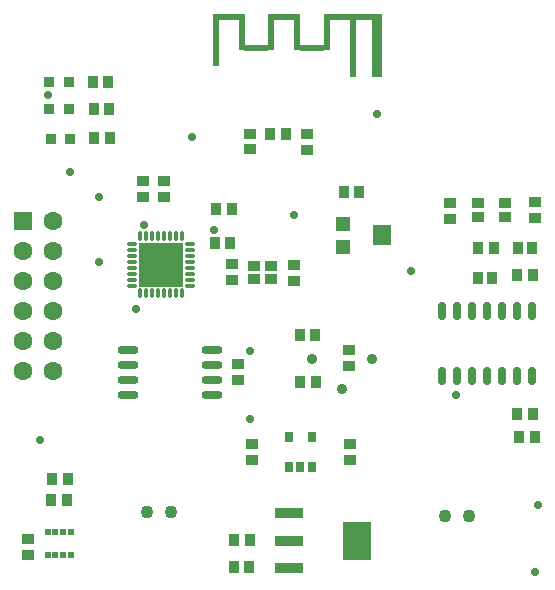
<source format=gts>
G04 Layer_Color=8388736*
%FSLAX25Y25*%
%MOIN*%
G70*
G01*
G75*
%ADD44R,0.01968X0.01968*%
%ADD45R,0.01968X0.10394*%
%ADD46R,0.10630X0.01968*%
%ADD47R,0.07874X0.01968*%
%ADD48R,0.01968X0.15512*%
%ADD49R,0.19685X0.01968*%
%ADD50R,0.01968X0.19291*%
%ADD51R,0.03543X0.19291*%
%ADD52R,0.03550X0.03550*%
%ADD53O,0.01384X0.03550*%
%ADD54O,0.03550X0.01384*%
%ADD55R,0.14967X0.14967*%
%ADD56R,0.04140X0.03747*%
%ADD57O,0.07093X0.02762*%
%ADD58R,0.09258X0.03550*%
%ADD59R,0.09258X0.12802*%
%ADD60R,0.02762X0.03747*%
%ADD61R,0.05124X0.05124*%
%ADD62R,0.06305X0.06699*%
%ADD63R,0.03550X0.03943*%
%ADD64R,0.04101X0.03707*%
%ADD65O,0.02762X0.06109*%
%ADD66R,0.03747X0.04140*%
%ADD67R,0.03353X0.04140*%
%ADD68R,0.04140X0.03353*%
%ADD69R,0.02172X0.02329*%
%ADD70R,0.06305X0.06305*%
%ADD71C,0.06305*%
%ADD72C,0.04337*%
%ADD73C,0.03600*%
%ADD74C,0.02800*%
D44*
X289300Y409900D02*
D03*
X281100D02*
D03*
D45*
X272392Y422794D02*
D03*
X262550D02*
D03*
X253888D02*
D03*
X244046D02*
D03*
D46*
X258219Y428976D02*
D03*
X239715D02*
D03*
D47*
X267471Y418582D02*
D03*
X248967D02*
D03*
D48*
X235384Y420235D02*
D03*
D49*
X281250Y428976D02*
D03*
D50*
X281053Y418346D02*
D03*
D51*
X289321D02*
D03*
D52*
X186525Y407157D02*
D03*
X180029D02*
D03*
X186525Y398157D02*
D03*
X180029D02*
D03*
X187029Y388157D02*
D03*
X180533D02*
D03*
D53*
X224090Y355747D02*
D03*
X222121D02*
D03*
X220153D02*
D03*
X218184D02*
D03*
X216216D02*
D03*
X214247D02*
D03*
X212279D02*
D03*
X210310D02*
D03*
Y336653D02*
D03*
X212279D02*
D03*
X214247D02*
D03*
X216216D02*
D03*
X218184D02*
D03*
X220153D02*
D03*
X222121D02*
D03*
X224090D02*
D03*
D54*
X207653Y353090D02*
D03*
Y351121D02*
D03*
Y349153D02*
D03*
Y347184D02*
D03*
Y345216D02*
D03*
Y343247D02*
D03*
Y341279D02*
D03*
Y339310D02*
D03*
X226747D02*
D03*
Y341279D02*
D03*
Y343247D02*
D03*
Y345216D02*
D03*
Y347184D02*
D03*
Y349153D02*
D03*
Y351121D02*
D03*
Y353090D02*
D03*
D55*
X217200Y346200D02*
D03*
D56*
X253929Y341448D02*
D03*
X248220D02*
D03*
X253929Y345975D02*
D03*
X248220D02*
D03*
X265763Y384442D02*
D03*
Y389757D02*
D03*
X261429Y340790D02*
D03*
Y346105D02*
D03*
X240929Y346505D02*
D03*
Y341190D02*
D03*
X242787Y307943D02*
D03*
Y313258D02*
D03*
X279929Y317814D02*
D03*
Y312499D02*
D03*
X280366Y281162D02*
D03*
Y286477D02*
D03*
X218232Y368757D02*
D03*
Y374072D02*
D03*
X211129Y374172D02*
D03*
Y368857D02*
D03*
X173038Y249642D02*
D03*
Y254958D02*
D03*
D57*
X234306Y302657D02*
D03*
Y307657D02*
D03*
Y312657D02*
D03*
Y317657D02*
D03*
X206353Y302657D02*
D03*
Y307657D02*
D03*
Y312657D02*
D03*
Y317657D02*
D03*
D58*
X260010Y263312D02*
D03*
Y254257D02*
D03*
Y245202D02*
D03*
D59*
X282648Y254257D02*
D03*
D60*
X259926Y278900D02*
D03*
X263666D02*
D03*
X267406D02*
D03*
Y288939D02*
D03*
X259926D02*
D03*
D61*
X277913Y352063D02*
D03*
Y359937D02*
D03*
D62*
X290709Y356000D02*
D03*
D63*
X263675Y322800D02*
D03*
X268400D02*
D03*
X327629Y341957D02*
D03*
X322905D02*
D03*
X340991Y351857D02*
D03*
X336267D02*
D03*
D64*
X246832Y389760D02*
D03*
Y384957D02*
D03*
X323029Y366816D02*
D03*
Y362013D02*
D03*
X332000Y362098D02*
D03*
Y366902D02*
D03*
D65*
X310829Y309300D02*
D03*
X315829D02*
D03*
X320829D02*
D03*
X325829D02*
D03*
X330829D02*
D03*
X335829D02*
D03*
X340829D02*
D03*
X310829Y330757D02*
D03*
X315829D02*
D03*
X320829D02*
D03*
X325829D02*
D03*
X330829D02*
D03*
X335829D02*
D03*
X340829D02*
D03*
D66*
X253640Y389800D02*
D03*
X258955D02*
D03*
X269000Y307100D02*
D03*
X263685D02*
D03*
X322972Y351657D02*
D03*
X328287D02*
D03*
X341728Y288943D02*
D03*
X336413D02*
D03*
X341144Y342657D02*
D03*
X335829D02*
D03*
X241429Y254357D02*
D03*
X246744D02*
D03*
X241372Y245357D02*
D03*
X246687D02*
D03*
X240357Y353313D02*
D03*
X235043D02*
D03*
D67*
X283358Y370500D02*
D03*
X278043D02*
D03*
X336000Y296500D02*
D03*
X341315D02*
D03*
X194372Y407157D02*
D03*
X199687D02*
D03*
X235542Y364900D02*
D03*
X240858D02*
D03*
X186287Y274867D02*
D03*
X180972D02*
D03*
X185987Y267757D02*
D03*
X180672D02*
D03*
X194714Y398157D02*
D03*
X200029D02*
D03*
X194843Y388400D02*
D03*
X200157D02*
D03*
D68*
X313500Y366657D02*
D03*
Y361343D02*
D03*
X342029Y367072D02*
D03*
Y361757D02*
D03*
X247666Y286377D02*
D03*
Y281062D02*
D03*
D69*
X184570Y257157D02*
D03*
X182011D02*
D03*
X179452D02*
D03*
X187129D02*
D03*
X184570Y249519D02*
D03*
X182011D02*
D03*
X179452D02*
D03*
X187129D02*
D03*
D70*
X171102Y360709D02*
D03*
D71*
X181102D02*
D03*
X171102Y350709D02*
D03*
X181102D02*
D03*
X171102Y340709D02*
D03*
X181102D02*
D03*
X171102Y330709D02*
D03*
X181102D02*
D03*
X171102Y320709D02*
D03*
X181102D02*
D03*
X171102Y310709D02*
D03*
X181102D02*
D03*
D72*
X212598Y263779D02*
D03*
X220472D02*
D03*
X311929Y262457D02*
D03*
X319803D02*
D03*
D73*
X287402Y314961D02*
D03*
X277402Y304961D02*
D03*
X267402Y314961D02*
D03*
D74*
X211700Y359500D02*
D03*
X209000Y331600D02*
D03*
X196400Y347300D02*
D03*
Y368800D02*
D03*
X235000Y357800D02*
D03*
X179700Y402800D02*
D03*
X315700Y302700D02*
D03*
X246900Y317400D02*
D03*
Y294900D02*
D03*
X261600Y362700D02*
D03*
X342900Y266100D02*
D03*
X227700Y388700D02*
D03*
X186800Y377200D02*
D03*
X176900Y287700D02*
D03*
X341900Y243900D02*
D03*
X300600Y344300D02*
D03*
X289300Y396400D02*
D03*
M02*

</source>
